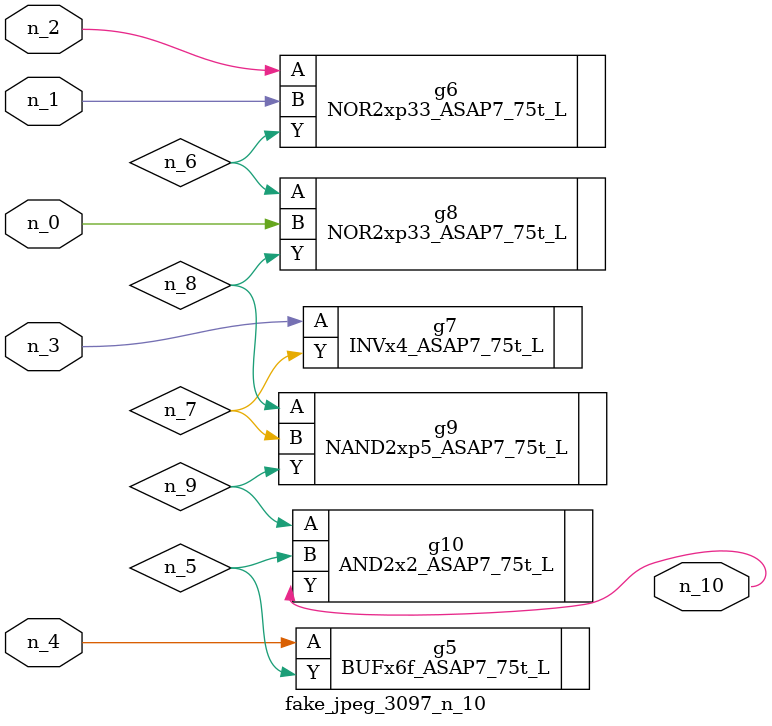
<source format=v>
module fake_jpeg_3097_n_10 (n_3, n_2, n_1, n_0, n_4, n_10);

input n_3;
input n_2;
input n_1;
input n_0;
input n_4;

output n_10;

wire n_8;
wire n_9;
wire n_6;
wire n_5;
wire n_7;

BUFx6f_ASAP7_75t_L g5 ( 
.A(n_4),
.Y(n_5)
);

NOR2xp33_ASAP7_75t_L g6 ( 
.A(n_2),
.B(n_1),
.Y(n_6)
);

INVx4_ASAP7_75t_L g7 ( 
.A(n_3),
.Y(n_7)
);

NOR2xp33_ASAP7_75t_L g8 ( 
.A(n_6),
.B(n_0),
.Y(n_8)
);

NAND2xp5_ASAP7_75t_L g9 ( 
.A(n_8),
.B(n_7),
.Y(n_9)
);

AND2x2_ASAP7_75t_L g10 ( 
.A(n_9),
.B(n_5),
.Y(n_10)
);


endmodule
</source>
